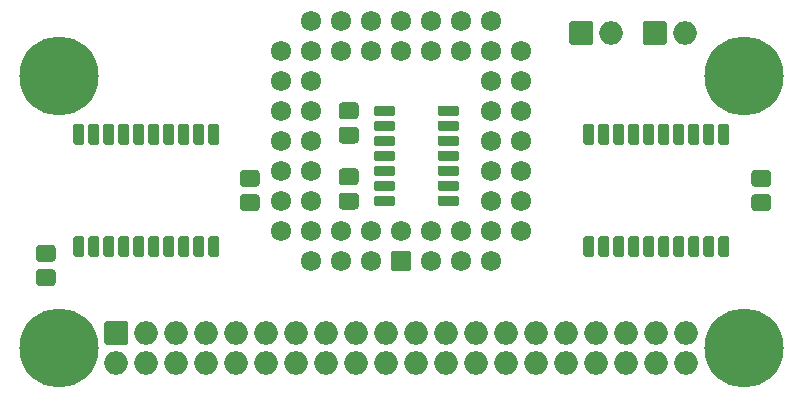
<source format=gbr>
G04 #@! TF.GenerationSoftware,KiCad,Pcbnew,(5.1.9)-1*
G04 #@! TF.CreationDate,2021-04-09T16:02:10+01:00*
G04 #@! TF.ProjectId,RGBtoHDMI Amiga Denise ECS PLCC,52474274-6f48-4444-9d49-20416d696761,1*
G04 #@! TF.SameCoordinates,Original*
G04 #@! TF.FileFunction,Soldermask,Top*
G04 #@! TF.FilePolarity,Negative*
%FSLAX46Y46*%
G04 Gerber Fmt 4.6, Leading zero omitted, Abs format (unit mm)*
G04 Created by KiCad (PCBNEW (5.1.9)-1) date 2021-04-09 16:02:10*
%MOMM*%
%LPD*%
G01*
G04 APERTURE LIST*
%ADD10C,1.722400*%
%ADD11O,2.000000X2.000000*%
%ADD12C,6.700000*%
G04 APERTURE END LIST*
D10*
X168021000Y-77597000D03*
X170561000Y-77597000D03*
X173101000Y-77597000D03*
X165481000Y-77597000D03*
X162941000Y-77597000D03*
X160401000Y-77597000D03*
G36*
G01*
X164619800Y-80848200D02*
X164619800Y-79425800D01*
G75*
G02*
X164769800Y-79275800I150000J0D01*
G01*
X166192200Y-79275800D01*
G75*
G02*
X166342200Y-79425800I0J-150000D01*
G01*
X166342200Y-80848200D01*
G75*
G02*
X166192200Y-80998200I-150000J0D01*
G01*
X164769800Y-80998200D01*
G75*
G02*
X164619800Y-80848200I0J150000D01*
G01*
G37*
X168021000Y-80137000D03*
X170561000Y-80137000D03*
X173101000Y-80137000D03*
X162941000Y-80137000D03*
X160401000Y-80137000D03*
X173101000Y-75057000D03*
X173101000Y-72517000D03*
X173101000Y-69977000D03*
X173101000Y-67437000D03*
X173101000Y-64897000D03*
X173101000Y-62357000D03*
X175641000Y-77597000D03*
X175641000Y-75057000D03*
X175641000Y-72517000D03*
X175641000Y-69977000D03*
X175641000Y-67437000D03*
X175641000Y-64897000D03*
X175641000Y-62357000D03*
X170561000Y-62357000D03*
X168021000Y-62357000D03*
X165481000Y-62357000D03*
X162941000Y-62357000D03*
X160401000Y-62357000D03*
X157861000Y-62357000D03*
X155321000Y-62357000D03*
X173101000Y-59817000D03*
X170561000Y-59817000D03*
X168021000Y-59817000D03*
X165481000Y-59817000D03*
X162941000Y-59817000D03*
X160401000Y-59817000D03*
X157861000Y-59817000D03*
X157861000Y-64897000D03*
X157861000Y-67437000D03*
X157861000Y-69977000D03*
X157861000Y-72517000D03*
X157861000Y-75057000D03*
X157861000Y-77597000D03*
X157861000Y-80137000D03*
X155321000Y-64897000D03*
X155321000Y-67437000D03*
X155321000Y-69977000D03*
X155321000Y-72517000D03*
X155321000Y-75057000D03*
X155321000Y-77597000D03*
D11*
X183261000Y-60833000D03*
G36*
G01*
X181571000Y-61833000D02*
X179871000Y-61833000D01*
G75*
G02*
X179721000Y-61683000I0J150000D01*
G01*
X179721000Y-59983000D01*
G75*
G02*
X179871000Y-59833000I150000J0D01*
G01*
X181571000Y-59833000D01*
G75*
G02*
X181721000Y-59983000I0J-150000D01*
G01*
X181721000Y-61683000D01*
G75*
G02*
X181571000Y-61833000I-150000J0D01*
G01*
G37*
D12*
X136474200Y-64516000D03*
X194487800Y-64516000D03*
X194487800Y-87503000D03*
X136474200Y-87503000D03*
G36*
G01*
X142201000Y-87233000D02*
X140501000Y-87233000D01*
G75*
G02*
X140351000Y-87083000I0J150000D01*
G01*
X140351000Y-85383000D01*
G75*
G02*
X140501000Y-85233000I150000J0D01*
G01*
X142201000Y-85233000D01*
G75*
G02*
X142351000Y-85383000I0J-150000D01*
G01*
X142351000Y-87083000D01*
G75*
G02*
X142201000Y-87233000I-150000J0D01*
G01*
G37*
D11*
X141351000Y-88773000D03*
X143891000Y-86233000D03*
X143891000Y-88773000D03*
X146431000Y-86233000D03*
X146431000Y-88773000D03*
X148971000Y-86233000D03*
X148971000Y-88773000D03*
X151511000Y-86233000D03*
X151511000Y-88773000D03*
X154051000Y-86233000D03*
X154051000Y-88773000D03*
X156591000Y-86233000D03*
X156591000Y-88773000D03*
X159131000Y-86233000D03*
X159131000Y-88773000D03*
X161671000Y-86233000D03*
X161671000Y-88773000D03*
X164211000Y-86233000D03*
X164211000Y-88773000D03*
X166751000Y-86233000D03*
X166751000Y-88773000D03*
X169291000Y-86233000D03*
X169291000Y-88773000D03*
X171831000Y-86233000D03*
X171831000Y-88773000D03*
X174371000Y-86233000D03*
X174371000Y-88773000D03*
X176911000Y-86233000D03*
X176911000Y-88773000D03*
X179451000Y-86233000D03*
X179451000Y-88773000D03*
X181991000Y-86233000D03*
X181991000Y-88773000D03*
X184531000Y-86233000D03*
X184531000Y-88773000D03*
X187071000Y-86233000D03*
X187071000Y-88773000D03*
X189611000Y-86233000D03*
X189611000Y-88773000D03*
G36*
G01*
X149306000Y-78018000D02*
X149906000Y-78018000D01*
G75*
G02*
X150056000Y-78168000I0J-150000D01*
G01*
X150056000Y-79668000D01*
G75*
G02*
X149906000Y-79818000I-150000J0D01*
G01*
X149306000Y-79818000D01*
G75*
G02*
X149156000Y-79668000I0J150000D01*
G01*
X149156000Y-78168000D01*
G75*
G02*
X149306000Y-78018000I150000J0D01*
G01*
G37*
G36*
G01*
X148036000Y-78018000D02*
X148636000Y-78018000D01*
G75*
G02*
X148786000Y-78168000I0J-150000D01*
G01*
X148786000Y-79668000D01*
G75*
G02*
X148636000Y-79818000I-150000J0D01*
G01*
X148036000Y-79818000D01*
G75*
G02*
X147886000Y-79668000I0J150000D01*
G01*
X147886000Y-78168000D01*
G75*
G02*
X148036000Y-78018000I150000J0D01*
G01*
G37*
G36*
G01*
X146766000Y-78018000D02*
X147366000Y-78018000D01*
G75*
G02*
X147516000Y-78168000I0J-150000D01*
G01*
X147516000Y-79668000D01*
G75*
G02*
X147366000Y-79818000I-150000J0D01*
G01*
X146766000Y-79818000D01*
G75*
G02*
X146616000Y-79668000I0J150000D01*
G01*
X146616000Y-78168000D01*
G75*
G02*
X146766000Y-78018000I150000J0D01*
G01*
G37*
G36*
G01*
X145496000Y-78018000D02*
X146096000Y-78018000D01*
G75*
G02*
X146246000Y-78168000I0J-150000D01*
G01*
X146246000Y-79668000D01*
G75*
G02*
X146096000Y-79818000I-150000J0D01*
G01*
X145496000Y-79818000D01*
G75*
G02*
X145346000Y-79668000I0J150000D01*
G01*
X145346000Y-78168000D01*
G75*
G02*
X145496000Y-78018000I150000J0D01*
G01*
G37*
G36*
G01*
X144226000Y-78018000D02*
X144826000Y-78018000D01*
G75*
G02*
X144976000Y-78168000I0J-150000D01*
G01*
X144976000Y-79668000D01*
G75*
G02*
X144826000Y-79818000I-150000J0D01*
G01*
X144226000Y-79818000D01*
G75*
G02*
X144076000Y-79668000I0J150000D01*
G01*
X144076000Y-78168000D01*
G75*
G02*
X144226000Y-78018000I150000J0D01*
G01*
G37*
G36*
G01*
X142956000Y-78018000D02*
X143556000Y-78018000D01*
G75*
G02*
X143706000Y-78168000I0J-150000D01*
G01*
X143706000Y-79668000D01*
G75*
G02*
X143556000Y-79818000I-150000J0D01*
G01*
X142956000Y-79818000D01*
G75*
G02*
X142806000Y-79668000I0J150000D01*
G01*
X142806000Y-78168000D01*
G75*
G02*
X142956000Y-78018000I150000J0D01*
G01*
G37*
G36*
G01*
X141686000Y-78018000D02*
X142286000Y-78018000D01*
G75*
G02*
X142436000Y-78168000I0J-150000D01*
G01*
X142436000Y-79668000D01*
G75*
G02*
X142286000Y-79818000I-150000J0D01*
G01*
X141686000Y-79818000D01*
G75*
G02*
X141536000Y-79668000I0J150000D01*
G01*
X141536000Y-78168000D01*
G75*
G02*
X141686000Y-78018000I150000J0D01*
G01*
G37*
G36*
G01*
X140416000Y-78018000D02*
X141016000Y-78018000D01*
G75*
G02*
X141166000Y-78168000I0J-150000D01*
G01*
X141166000Y-79668000D01*
G75*
G02*
X141016000Y-79818000I-150000J0D01*
G01*
X140416000Y-79818000D01*
G75*
G02*
X140266000Y-79668000I0J150000D01*
G01*
X140266000Y-78168000D01*
G75*
G02*
X140416000Y-78018000I150000J0D01*
G01*
G37*
G36*
G01*
X139146000Y-78018000D02*
X139746000Y-78018000D01*
G75*
G02*
X139896000Y-78168000I0J-150000D01*
G01*
X139896000Y-79668000D01*
G75*
G02*
X139746000Y-79818000I-150000J0D01*
G01*
X139146000Y-79818000D01*
G75*
G02*
X138996000Y-79668000I0J150000D01*
G01*
X138996000Y-78168000D01*
G75*
G02*
X139146000Y-78018000I150000J0D01*
G01*
G37*
G36*
G01*
X137876000Y-78018000D02*
X138476000Y-78018000D01*
G75*
G02*
X138626000Y-78168000I0J-150000D01*
G01*
X138626000Y-79668000D01*
G75*
G02*
X138476000Y-79818000I-150000J0D01*
G01*
X137876000Y-79818000D01*
G75*
G02*
X137726000Y-79668000I0J150000D01*
G01*
X137726000Y-78168000D01*
G75*
G02*
X137876000Y-78018000I150000J0D01*
G01*
G37*
G36*
G01*
X137876000Y-68518000D02*
X138476000Y-68518000D01*
G75*
G02*
X138626000Y-68668000I0J-150000D01*
G01*
X138626000Y-70168000D01*
G75*
G02*
X138476000Y-70318000I-150000J0D01*
G01*
X137876000Y-70318000D01*
G75*
G02*
X137726000Y-70168000I0J150000D01*
G01*
X137726000Y-68668000D01*
G75*
G02*
X137876000Y-68518000I150000J0D01*
G01*
G37*
G36*
G01*
X139146000Y-68518000D02*
X139746000Y-68518000D01*
G75*
G02*
X139896000Y-68668000I0J-150000D01*
G01*
X139896000Y-70168000D01*
G75*
G02*
X139746000Y-70318000I-150000J0D01*
G01*
X139146000Y-70318000D01*
G75*
G02*
X138996000Y-70168000I0J150000D01*
G01*
X138996000Y-68668000D01*
G75*
G02*
X139146000Y-68518000I150000J0D01*
G01*
G37*
G36*
G01*
X140416000Y-68518000D02*
X141016000Y-68518000D01*
G75*
G02*
X141166000Y-68668000I0J-150000D01*
G01*
X141166000Y-70168000D01*
G75*
G02*
X141016000Y-70318000I-150000J0D01*
G01*
X140416000Y-70318000D01*
G75*
G02*
X140266000Y-70168000I0J150000D01*
G01*
X140266000Y-68668000D01*
G75*
G02*
X140416000Y-68518000I150000J0D01*
G01*
G37*
G36*
G01*
X141686000Y-68518000D02*
X142286000Y-68518000D01*
G75*
G02*
X142436000Y-68668000I0J-150000D01*
G01*
X142436000Y-70168000D01*
G75*
G02*
X142286000Y-70318000I-150000J0D01*
G01*
X141686000Y-70318000D01*
G75*
G02*
X141536000Y-70168000I0J150000D01*
G01*
X141536000Y-68668000D01*
G75*
G02*
X141686000Y-68518000I150000J0D01*
G01*
G37*
G36*
G01*
X149306000Y-68518000D02*
X149906000Y-68518000D01*
G75*
G02*
X150056000Y-68668000I0J-150000D01*
G01*
X150056000Y-70168000D01*
G75*
G02*
X149906000Y-70318000I-150000J0D01*
G01*
X149306000Y-70318000D01*
G75*
G02*
X149156000Y-70168000I0J150000D01*
G01*
X149156000Y-68668000D01*
G75*
G02*
X149306000Y-68518000I150000J0D01*
G01*
G37*
G36*
G01*
X148036000Y-68518000D02*
X148636000Y-68518000D01*
G75*
G02*
X148786000Y-68668000I0J-150000D01*
G01*
X148786000Y-70168000D01*
G75*
G02*
X148636000Y-70318000I-150000J0D01*
G01*
X148036000Y-70318000D01*
G75*
G02*
X147886000Y-70168000I0J150000D01*
G01*
X147886000Y-68668000D01*
G75*
G02*
X148036000Y-68518000I150000J0D01*
G01*
G37*
G36*
G01*
X146766000Y-68518000D02*
X147366000Y-68518000D01*
G75*
G02*
X147516000Y-68668000I0J-150000D01*
G01*
X147516000Y-70168000D01*
G75*
G02*
X147366000Y-70318000I-150000J0D01*
G01*
X146766000Y-70318000D01*
G75*
G02*
X146616000Y-70168000I0J150000D01*
G01*
X146616000Y-68668000D01*
G75*
G02*
X146766000Y-68518000I150000J0D01*
G01*
G37*
G36*
G01*
X145496000Y-68518000D02*
X146096000Y-68518000D01*
G75*
G02*
X146246000Y-68668000I0J-150000D01*
G01*
X146246000Y-70168000D01*
G75*
G02*
X146096000Y-70318000I-150000J0D01*
G01*
X145496000Y-70318000D01*
G75*
G02*
X145346000Y-70168000I0J150000D01*
G01*
X145346000Y-68668000D01*
G75*
G02*
X145496000Y-68518000I150000J0D01*
G01*
G37*
G36*
G01*
X144226000Y-68518000D02*
X144826000Y-68518000D01*
G75*
G02*
X144976000Y-68668000I0J-150000D01*
G01*
X144976000Y-70168000D01*
G75*
G02*
X144826000Y-70318000I-150000J0D01*
G01*
X144226000Y-70318000D01*
G75*
G02*
X144076000Y-70168000I0J150000D01*
G01*
X144076000Y-68668000D01*
G75*
G02*
X144226000Y-68518000I150000J0D01*
G01*
G37*
G36*
G01*
X142956000Y-68518000D02*
X143556000Y-68518000D01*
G75*
G02*
X143706000Y-68668000I0J-150000D01*
G01*
X143706000Y-70168000D01*
G75*
G02*
X143556000Y-70318000I-150000J0D01*
G01*
X142956000Y-70318000D01*
G75*
G02*
X142806000Y-70168000I0J150000D01*
G01*
X142806000Y-68668000D01*
G75*
G02*
X142956000Y-68518000I150000J0D01*
G01*
G37*
G36*
G01*
X152119216Y-72418000D02*
X153188784Y-72418000D01*
G75*
G02*
X153504000Y-72733216I0J-315216D01*
G01*
X153504000Y-73552784D01*
G75*
G02*
X153188784Y-73868000I-315216J0D01*
G01*
X152119216Y-73868000D01*
G75*
G02*
X151804000Y-73552784I0J315216D01*
G01*
X151804000Y-72733216D01*
G75*
G02*
X152119216Y-72418000I315216J0D01*
G01*
G37*
G36*
G01*
X152119216Y-74468000D02*
X153188784Y-74468000D01*
G75*
G02*
X153504000Y-74783216I0J-315216D01*
G01*
X153504000Y-75602784D01*
G75*
G02*
X153188784Y-75918000I-315216J0D01*
G01*
X152119216Y-75918000D01*
G75*
G02*
X151804000Y-75602784I0J315216D01*
G01*
X151804000Y-74783216D01*
G75*
G02*
X152119216Y-74468000I315216J0D01*
G01*
G37*
G36*
G01*
X160501216Y-68753000D02*
X161570784Y-68753000D01*
G75*
G02*
X161886000Y-69068216I0J-315216D01*
G01*
X161886000Y-69887784D01*
G75*
G02*
X161570784Y-70203000I-315216J0D01*
G01*
X160501216Y-70203000D01*
G75*
G02*
X160186000Y-69887784I0J315216D01*
G01*
X160186000Y-69068216D01*
G75*
G02*
X160501216Y-68753000I315216J0D01*
G01*
G37*
G36*
G01*
X160501216Y-66703000D02*
X161570784Y-66703000D01*
G75*
G02*
X161886000Y-67018216I0J-315216D01*
G01*
X161886000Y-67837784D01*
G75*
G02*
X161570784Y-68153000I-315216J0D01*
G01*
X160501216Y-68153000D01*
G75*
G02*
X160186000Y-67837784I0J315216D01*
G01*
X160186000Y-67018216D01*
G75*
G02*
X160501216Y-66703000I315216J0D01*
G01*
G37*
G36*
G01*
X195426216Y-72418000D02*
X196495784Y-72418000D01*
G75*
G02*
X196811000Y-72733216I0J-315216D01*
G01*
X196811000Y-73552784D01*
G75*
G02*
X196495784Y-73868000I-315216J0D01*
G01*
X195426216Y-73868000D01*
G75*
G02*
X195111000Y-73552784I0J315216D01*
G01*
X195111000Y-72733216D01*
G75*
G02*
X195426216Y-72418000I315216J0D01*
G01*
G37*
G36*
G01*
X195426216Y-74468000D02*
X196495784Y-74468000D01*
G75*
G02*
X196811000Y-74783216I0J-315216D01*
G01*
X196811000Y-75602784D01*
G75*
G02*
X196495784Y-75918000I-315216J0D01*
G01*
X195426216Y-75918000D01*
G75*
G02*
X195111000Y-75602784I0J315216D01*
G01*
X195111000Y-74783216D01*
G75*
G02*
X195426216Y-74468000I315216J0D01*
G01*
G37*
G36*
G01*
X135916784Y-82268000D02*
X134847216Y-82268000D01*
G75*
G02*
X134532000Y-81952784I0J315216D01*
G01*
X134532000Y-81133216D01*
G75*
G02*
X134847216Y-80818000I315216J0D01*
G01*
X135916784Y-80818000D01*
G75*
G02*
X136232000Y-81133216I0J-315216D01*
G01*
X136232000Y-81952784D01*
G75*
G02*
X135916784Y-82268000I-315216J0D01*
G01*
G37*
G36*
G01*
X135916784Y-80218000D02*
X134847216Y-80218000D01*
G75*
G02*
X134532000Y-79902784I0J315216D01*
G01*
X134532000Y-79083216D01*
G75*
G02*
X134847216Y-78768000I315216J0D01*
G01*
X135916784Y-78768000D01*
G75*
G02*
X136232000Y-79083216I0J-315216D01*
G01*
X136232000Y-79902784D01*
G75*
G02*
X135916784Y-80218000I-315216J0D01*
G01*
G37*
G36*
G01*
X161570784Y-75791000D02*
X160501216Y-75791000D01*
G75*
G02*
X160186000Y-75475784I0J315216D01*
G01*
X160186000Y-74656216D01*
G75*
G02*
X160501216Y-74341000I315216J0D01*
G01*
X161570784Y-74341000D01*
G75*
G02*
X161886000Y-74656216I0J-315216D01*
G01*
X161886000Y-75475784D01*
G75*
G02*
X161570784Y-75791000I-315216J0D01*
G01*
G37*
G36*
G01*
X161570784Y-73741000D02*
X160501216Y-73741000D01*
G75*
G02*
X160186000Y-73425784I0J315216D01*
G01*
X160186000Y-72606216D01*
G75*
G02*
X160501216Y-72291000I315216J0D01*
G01*
X161570784Y-72291000D01*
G75*
G02*
X161886000Y-72606216I0J-315216D01*
G01*
X161886000Y-73425784D01*
G75*
G02*
X161570784Y-73741000I-315216J0D01*
G01*
G37*
G36*
G01*
X163151000Y-67737000D02*
X163151000Y-67137000D01*
G75*
G02*
X163301000Y-66987000I150000J0D01*
G01*
X164801000Y-66987000D01*
G75*
G02*
X164951000Y-67137000I0J-150000D01*
G01*
X164951000Y-67737000D01*
G75*
G02*
X164801000Y-67887000I-150000J0D01*
G01*
X163301000Y-67887000D01*
G75*
G02*
X163151000Y-67737000I0J150000D01*
G01*
G37*
G36*
G01*
X163151000Y-69007000D02*
X163151000Y-68407000D01*
G75*
G02*
X163301000Y-68257000I150000J0D01*
G01*
X164801000Y-68257000D01*
G75*
G02*
X164951000Y-68407000I0J-150000D01*
G01*
X164951000Y-69007000D01*
G75*
G02*
X164801000Y-69157000I-150000J0D01*
G01*
X163301000Y-69157000D01*
G75*
G02*
X163151000Y-69007000I0J150000D01*
G01*
G37*
G36*
G01*
X163151000Y-70277000D02*
X163151000Y-69677000D01*
G75*
G02*
X163301000Y-69527000I150000J0D01*
G01*
X164801000Y-69527000D01*
G75*
G02*
X164951000Y-69677000I0J-150000D01*
G01*
X164951000Y-70277000D01*
G75*
G02*
X164801000Y-70427000I-150000J0D01*
G01*
X163301000Y-70427000D01*
G75*
G02*
X163151000Y-70277000I0J150000D01*
G01*
G37*
G36*
G01*
X163151000Y-71547000D02*
X163151000Y-70947000D01*
G75*
G02*
X163301000Y-70797000I150000J0D01*
G01*
X164801000Y-70797000D01*
G75*
G02*
X164951000Y-70947000I0J-150000D01*
G01*
X164951000Y-71547000D01*
G75*
G02*
X164801000Y-71697000I-150000J0D01*
G01*
X163301000Y-71697000D01*
G75*
G02*
X163151000Y-71547000I0J150000D01*
G01*
G37*
G36*
G01*
X163151000Y-72817000D02*
X163151000Y-72217000D01*
G75*
G02*
X163301000Y-72067000I150000J0D01*
G01*
X164801000Y-72067000D01*
G75*
G02*
X164951000Y-72217000I0J-150000D01*
G01*
X164951000Y-72817000D01*
G75*
G02*
X164801000Y-72967000I-150000J0D01*
G01*
X163301000Y-72967000D01*
G75*
G02*
X163151000Y-72817000I0J150000D01*
G01*
G37*
G36*
G01*
X163151000Y-74087000D02*
X163151000Y-73487000D01*
G75*
G02*
X163301000Y-73337000I150000J0D01*
G01*
X164801000Y-73337000D01*
G75*
G02*
X164951000Y-73487000I0J-150000D01*
G01*
X164951000Y-74087000D01*
G75*
G02*
X164801000Y-74237000I-150000J0D01*
G01*
X163301000Y-74237000D01*
G75*
G02*
X163151000Y-74087000I0J150000D01*
G01*
G37*
G36*
G01*
X163151000Y-75357000D02*
X163151000Y-74757000D01*
G75*
G02*
X163301000Y-74607000I150000J0D01*
G01*
X164801000Y-74607000D01*
G75*
G02*
X164951000Y-74757000I0J-150000D01*
G01*
X164951000Y-75357000D01*
G75*
G02*
X164801000Y-75507000I-150000J0D01*
G01*
X163301000Y-75507000D01*
G75*
G02*
X163151000Y-75357000I0J150000D01*
G01*
G37*
G36*
G01*
X168551000Y-75357000D02*
X168551000Y-74757000D01*
G75*
G02*
X168701000Y-74607000I150000J0D01*
G01*
X170201000Y-74607000D01*
G75*
G02*
X170351000Y-74757000I0J-150000D01*
G01*
X170351000Y-75357000D01*
G75*
G02*
X170201000Y-75507000I-150000J0D01*
G01*
X168701000Y-75507000D01*
G75*
G02*
X168551000Y-75357000I0J150000D01*
G01*
G37*
G36*
G01*
X168551000Y-74087000D02*
X168551000Y-73487000D01*
G75*
G02*
X168701000Y-73337000I150000J0D01*
G01*
X170201000Y-73337000D01*
G75*
G02*
X170351000Y-73487000I0J-150000D01*
G01*
X170351000Y-74087000D01*
G75*
G02*
X170201000Y-74237000I-150000J0D01*
G01*
X168701000Y-74237000D01*
G75*
G02*
X168551000Y-74087000I0J150000D01*
G01*
G37*
G36*
G01*
X168551000Y-72817000D02*
X168551000Y-72217000D01*
G75*
G02*
X168701000Y-72067000I150000J0D01*
G01*
X170201000Y-72067000D01*
G75*
G02*
X170351000Y-72217000I0J-150000D01*
G01*
X170351000Y-72817000D01*
G75*
G02*
X170201000Y-72967000I-150000J0D01*
G01*
X168701000Y-72967000D01*
G75*
G02*
X168551000Y-72817000I0J150000D01*
G01*
G37*
G36*
G01*
X168551000Y-71547000D02*
X168551000Y-70947000D01*
G75*
G02*
X168701000Y-70797000I150000J0D01*
G01*
X170201000Y-70797000D01*
G75*
G02*
X170351000Y-70947000I0J-150000D01*
G01*
X170351000Y-71547000D01*
G75*
G02*
X170201000Y-71697000I-150000J0D01*
G01*
X168701000Y-71697000D01*
G75*
G02*
X168551000Y-71547000I0J150000D01*
G01*
G37*
G36*
G01*
X168551000Y-70277000D02*
X168551000Y-69677000D01*
G75*
G02*
X168701000Y-69527000I150000J0D01*
G01*
X170201000Y-69527000D01*
G75*
G02*
X170351000Y-69677000I0J-150000D01*
G01*
X170351000Y-70277000D01*
G75*
G02*
X170201000Y-70427000I-150000J0D01*
G01*
X168701000Y-70427000D01*
G75*
G02*
X168551000Y-70277000I0J150000D01*
G01*
G37*
G36*
G01*
X168551000Y-69007000D02*
X168551000Y-68407000D01*
G75*
G02*
X168701000Y-68257000I150000J0D01*
G01*
X170201000Y-68257000D01*
G75*
G02*
X170351000Y-68407000I0J-150000D01*
G01*
X170351000Y-69007000D01*
G75*
G02*
X170201000Y-69157000I-150000J0D01*
G01*
X168701000Y-69157000D01*
G75*
G02*
X168551000Y-69007000I0J150000D01*
G01*
G37*
G36*
G01*
X168551000Y-67737000D02*
X168551000Y-67137000D01*
G75*
G02*
X168701000Y-66987000I150000J0D01*
G01*
X170201000Y-66987000D01*
G75*
G02*
X170351000Y-67137000I0J-150000D01*
G01*
X170351000Y-67737000D01*
G75*
G02*
X170201000Y-67887000I-150000J0D01*
G01*
X168701000Y-67887000D01*
G75*
G02*
X168551000Y-67737000I0J150000D01*
G01*
G37*
G36*
G01*
X186136000Y-68518000D02*
X186736000Y-68518000D01*
G75*
G02*
X186886000Y-68668000I0J-150000D01*
G01*
X186886000Y-70168000D01*
G75*
G02*
X186736000Y-70318000I-150000J0D01*
G01*
X186136000Y-70318000D01*
G75*
G02*
X185986000Y-70168000I0J150000D01*
G01*
X185986000Y-68668000D01*
G75*
G02*
X186136000Y-68518000I150000J0D01*
G01*
G37*
G36*
G01*
X187406000Y-68518000D02*
X188006000Y-68518000D01*
G75*
G02*
X188156000Y-68668000I0J-150000D01*
G01*
X188156000Y-70168000D01*
G75*
G02*
X188006000Y-70318000I-150000J0D01*
G01*
X187406000Y-70318000D01*
G75*
G02*
X187256000Y-70168000I0J150000D01*
G01*
X187256000Y-68668000D01*
G75*
G02*
X187406000Y-68518000I150000J0D01*
G01*
G37*
G36*
G01*
X188676000Y-68518000D02*
X189276000Y-68518000D01*
G75*
G02*
X189426000Y-68668000I0J-150000D01*
G01*
X189426000Y-70168000D01*
G75*
G02*
X189276000Y-70318000I-150000J0D01*
G01*
X188676000Y-70318000D01*
G75*
G02*
X188526000Y-70168000I0J150000D01*
G01*
X188526000Y-68668000D01*
G75*
G02*
X188676000Y-68518000I150000J0D01*
G01*
G37*
G36*
G01*
X189946000Y-68518000D02*
X190546000Y-68518000D01*
G75*
G02*
X190696000Y-68668000I0J-150000D01*
G01*
X190696000Y-70168000D01*
G75*
G02*
X190546000Y-70318000I-150000J0D01*
G01*
X189946000Y-70318000D01*
G75*
G02*
X189796000Y-70168000I0J150000D01*
G01*
X189796000Y-68668000D01*
G75*
G02*
X189946000Y-68518000I150000J0D01*
G01*
G37*
G36*
G01*
X191216000Y-68518000D02*
X191816000Y-68518000D01*
G75*
G02*
X191966000Y-68668000I0J-150000D01*
G01*
X191966000Y-70168000D01*
G75*
G02*
X191816000Y-70318000I-150000J0D01*
G01*
X191216000Y-70318000D01*
G75*
G02*
X191066000Y-70168000I0J150000D01*
G01*
X191066000Y-68668000D01*
G75*
G02*
X191216000Y-68518000I150000J0D01*
G01*
G37*
G36*
G01*
X192486000Y-68518000D02*
X193086000Y-68518000D01*
G75*
G02*
X193236000Y-68668000I0J-150000D01*
G01*
X193236000Y-70168000D01*
G75*
G02*
X193086000Y-70318000I-150000J0D01*
G01*
X192486000Y-70318000D01*
G75*
G02*
X192336000Y-70168000I0J150000D01*
G01*
X192336000Y-68668000D01*
G75*
G02*
X192486000Y-68518000I150000J0D01*
G01*
G37*
G36*
G01*
X184866000Y-68518000D02*
X185466000Y-68518000D01*
G75*
G02*
X185616000Y-68668000I0J-150000D01*
G01*
X185616000Y-70168000D01*
G75*
G02*
X185466000Y-70318000I-150000J0D01*
G01*
X184866000Y-70318000D01*
G75*
G02*
X184716000Y-70168000I0J150000D01*
G01*
X184716000Y-68668000D01*
G75*
G02*
X184866000Y-68518000I150000J0D01*
G01*
G37*
G36*
G01*
X183596000Y-68518000D02*
X184196000Y-68518000D01*
G75*
G02*
X184346000Y-68668000I0J-150000D01*
G01*
X184346000Y-70168000D01*
G75*
G02*
X184196000Y-70318000I-150000J0D01*
G01*
X183596000Y-70318000D01*
G75*
G02*
X183446000Y-70168000I0J150000D01*
G01*
X183446000Y-68668000D01*
G75*
G02*
X183596000Y-68518000I150000J0D01*
G01*
G37*
G36*
G01*
X182326000Y-68518000D02*
X182926000Y-68518000D01*
G75*
G02*
X183076000Y-68668000I0J-150000D01*
G01*
X183076000Y-70168000D01*
G75*
G02*
X182926000Y-70318000I-150000J0D01*
G01*
X182326000Y-70318000D01*
G75*
G02*
X182176000Y-70168000I0J150000D01*
G01*
X182176000Y-68668000D01*
G75*
G02*
X182326000Y-68518000I150000J0D01*
G01*
G37*
G36*
G01*
X181056000Y-68518000D02*
X181656000Y-68518000D01*
G75*
G02*
X181806000Y-68668000I0J-150000D01*
G01*
X181806000Y-70168000D01*
G75*
G02*
X181656000Y-70318000I-150000J0D01*
G01*
X181056000Y-70318000D01*
G75*
G02*
X180906000Y-70168000I0J150000D01*
G01*
X180906000Y-68668000D01*
G75*
G02*
X181056000Y-68518000I150000J0D01*
G01*
G37*
G36*
G01*
X181056000Y-78018000D02*
X181656000Y-78018000D01*
G75*
G02*
X181806000Y-78168000I0J-150000D01*
G01*
X181806000Y-79668000D01*
G75*
G02*
X181656000Y-79818000I-150000J0D01*
G01*
X181056000Y-79818000D01*
G75*
G02*
X180906000Y-79668000I0J150000D01*
G01*
X180906000Y-78168000D01*
G75*
G02*
X181056000Y-78018000I150000J0D01*
G01*
G37*
G36*
G01*
X182326000Y-78018000D02*
X182926000Y-78018000D01*
G75*
G02*
X183076000Y-78168000I0J-150000D01*
G01*
X183076000Y-79668000D01*
G75*
G02*
X182926000Y-79818000I-150000J0D01*
G01*
X182326000Y-79818000D01*
G75*
G02*
X182176000Y-79668000I0J150000D01*
G01*
X182176000Y-78168000D01*
G75*
G02*
X182326000Y-78018000I150000J0D01*
G01*
G37*
G36*
G01*
X183596000Y-78018000D02*
X184196000Y-78018000D01*
G75*
G02*
X184346000Y-78168000I0J-150000D01*
G01*
X184346000Y-79668000D01*
G75*
G02*
X184196000Y-79818000I-150000J0D01*
G01*
X183596000Y-79818000D01*
G75*
G02*
X183446000Y-79668000I0J150000D01*
G01*
X183446000Y-78168000D01*
G75*
G02*
X183596000Y-78018000I150000J0D01*
G01*
G37*
G36*
G01*
X184866000Y-78018000D02*
X185466000Y-78018000D01*
G75*
G02*
X185616000Y-78168000I0J-150000D01*
G01*
X185616000Y-79668000D01*
G75*
G02*
X185466000Y-79818000I-150000J0D01*
G01*
X184866000Y-79818000D01*
G75*
G02*
X184716000Y-79668000I0J150000D01*
G01*
X184716000Y-78168000D01*
G75*
G02*
X184866000Y-78018000I150000J0D01*
G01*
G37*
G36*
G01*
X186136000Y-78018000D02*
X186736000Y-78018000D01*
G75*
G02*
X186886000Y-78168000I0J-150000D01*
G01*
X186886000Y-79668000D01*
G75*
G02*
X186736000Y-79818000I-150000J0D01*
G01*
X186136000Y-79818000D01*
G75*
G02*
X185986000Y-79668000I0J150000D01*
G01*
X185986000Y-78168000D01*
G75*
G02*
X186136000Y-78018000I150000J0D01*
G01*
G37*
G36*
G01*
X187406000Y-78018000D02*
X188006000Y-78018000D01*
G75*
G02*
X188156000Y-78168000I0J-150000D01*
G01*
X188156000Y-79668000D01*
G75*
G02*
X188006000Y-79818000I-150000J0D01*
G01*
X187406000Y-79818000D01*
G75*
G02*
X187256000Y-79668000I0J150000D01*
G01*
X187256000Y-78168000D01*
G75*
G02*
X187406000Y-78018000I150000J0D01*
G01*
G37*
G36*
G01*
X188676000Y-78018000D02*
X189276000Y-78018000D01*
G75*
G02*
X189426000Y-78168000I0J-150000D01*
G01*
X189426000Y-79668000D01*
G75*
G02*
X189276000Y-79818000I-150000J0D01*
G01*
X188676000Y-79818000D01*
G75*
G02*
X188526000Y-79668000I0J150000D01*
G01*
X188526000Y-78168000D01*
G75*
G02*
X188676000Y-78018000I150000J0D01*
G01*
G37*
G36*
G01*
X189946000Y-78018000D02*
X190546000Y-78018000D01*
G75*
G02*
X190696000Y-78168000I0J-150000D01*
G01*
X190696000Y-79668000D01*
G75*
G02*
X190546000Y-79818000I-150000J0D01*
G01*
X189946000Y-79818000D01*
G75*
G02*
X189796000Y-79668000I0J150000D01*
G01*
X189796000Y-78168000D01*
G75*
G02*
X189946000Y-78018000I150000J0D01*
G01*
G37*
G36*
G01*
X191216000Y-78018000D02*
X191816000Y-78018000D01*
G75*
G02*
X191966000Y-78168000I0J-150000D01*
G01*
X191966000Y-79668000D01*
G75*
G02*
X191816000Y-79818000I-150000J0D01*
G01*
X191216000Y-79818000D01*
G75*
G02*
X191066000Y-79668000I0J150000D01*
G01*
X191066000Y-78168000D01*
G75*
G02*
X191216000Y-78018000I150000J0D01*
G01*
G37*
G36*
G01*
X192486000Y-78018000D02*
X193086000Y-78018000D01*
G75*
G02*
X193236000Y-78168000I0J-150000D01*
G01*
X193236000Y-79668000D01*
G75*
G02*
X193086000Y-79818000I-150000J0D01*
G01*
X192486000Y-79818000D01*
G75*
G02*
X192336000Y-79668000I0J150000D01*
G01*
X192336000Y-78168000D01*
G75*
G02*
X192486000Y-78018000I150000J0D01*
G01*
G37*
G36*
G01*
X187794000Y-61833000D02*
X186094000Y-61833000D01*
G75*
G02*
X185944000Y-61683000I0J150000D01*
G01*
X185944000Y-59983000D01*
G75*
G02*
X186094000Y-59833000I150000J0D01*
G01*
X187794000Y-59833000D01*
G75*
G02*
X187944000Y-59983000I0J-150000D01*
G01*
X187944000Y-61683000D01*
G75*
G02*
X187794000Y-61833000I-150000J0D01*
G01*
G37*
X189484000Y-60833000D03*
M02*

</source>
